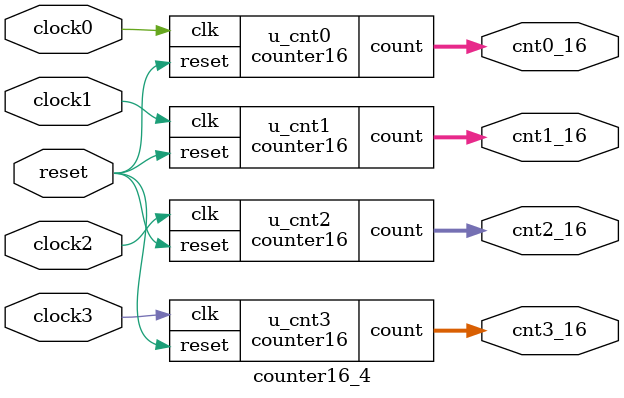
<source format=v>

module counter16 (clk, reset, count);
	input clk, reset;
	output [15:0] count;
	reg [15:0] count;                                   

	always @ (posedge clk or negedge reset) begin
		if (reset == 1'b0)
		  count <= 16'h0;
		else 
		  count <= count + 1;
	end

endmodule  


module counter16_4 (clock0, clock1, clock2, clock3, reset, cnt0_16, cnt1_16, cnt2_16, cnt3_16);
	input clock0, clock1, clock2, clock3;
	input reset;
	output [15:0] cnt0_16;
	output [15:0] cnt1_16;
	output [15:0] cnt2_16;
	output [15:0] cnt3_16;

	counter16 u_cnt0(.clk(clock0), .reset(reset), .count(cnt0_16));
	counter16 u_cnt1(.clk(clock1), .reset(reset), .count(cnt1_16));
	counter16 u_cnt2(.clk(clock2), .reset(reset), .count(cnt2_16));
	counter16 u_cnt3(.clk(clock3), .reset(reset), .count(cnt3_16));

endmodule 

</source>
